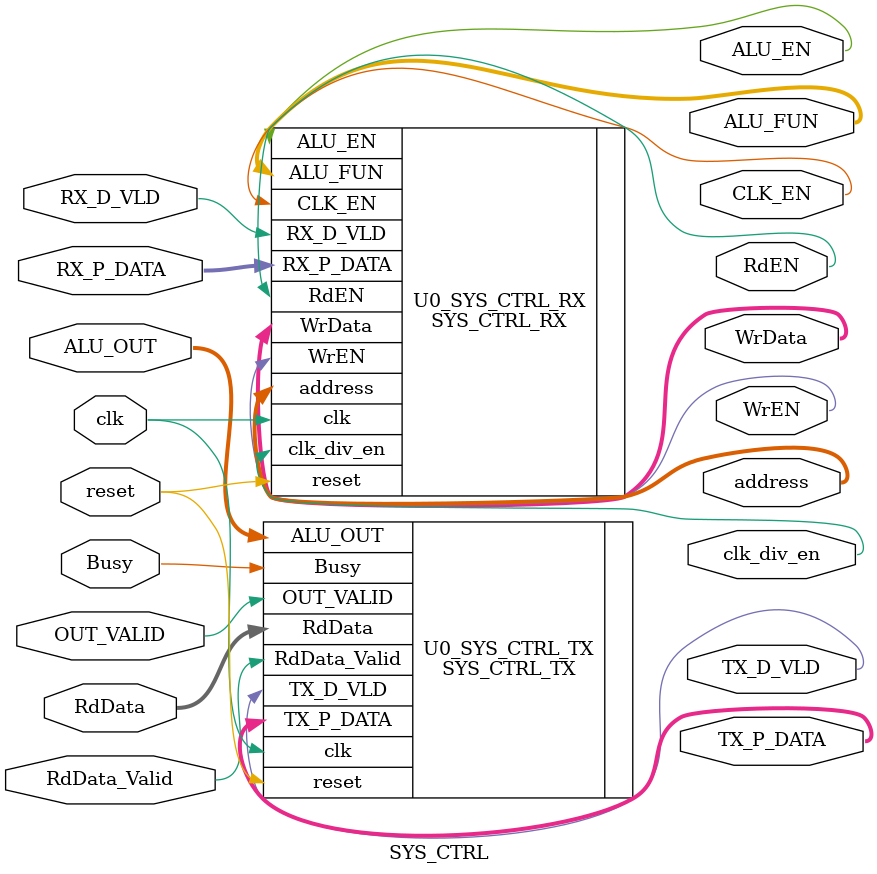
<source format=v>
module SYS_CTRL #(
    parameter DATA_WIDTH=8,
    REG_NO=16,
    ADDRESS_WIDTH=4
    
) (
    // inputs to SYS_RX
    input [DATA_WIDTH-1 : 0]       RX_P_DATA,
    input                          RX_D_VLD,
    // inputs to SYS_TX
    input [DATA_WIDTH-1 : 0] RdData,
    input                    RdData_Valid,
    input [2*DATA_WIDTH-1:0] ALU_OUT,
    input                    OUT_VALID,
    input Busy,
    
    input clk, reset,
    
    //outputs from SYS_RX
    output        ALU_EN,
    output  [3:0] ALU_FUN,
    output        CLK_EN,
    output  [ADDRESS_WIDTH-1:0] address,
    output                      WrEN,
    output  [DATA_WIDTH-1 : 0]  WrData,
    output                      RdEN,
    output  clk_div_en,
    //outputs from SYS_TX
    output  [DATA_WIDTH-1 : 0] TX_P_DATA,
    output                     TX_D_VLD
);

SYS_CTRL_RX U0_SYS_CTRL_RX (
    .RX_P_DATA(RX_P_DATA),
    .RX_D_VLD(RX_D_VLD),
    
    .clk(clk), .reset(reset),
    
    .ALU_EN(ALU_EN),
    .ALU_FUN(ALU_FUN),
    .CLK_EN(CLK_EN),
    .address(address),
    .WrEN(WrEN),
    .WrData(WrData),
    .RdEN(RdEN),
    .clk_div_en(clk_div_en)
);

SYS_CTRL_TX U0_SYS_CTRL_TX(
    .RdData(RdData),
    .RdData_Valid(RdData_Valid),
    .ALU_OUT(ALU_OUT),
    .OUT_VALID(OUT_VALID),
    .Busy(Busy),

    .clk(clk), .reset(reset),
    
    .TX_P_DATA(TX_P_DATA),
    .TX_D_VLD(TX_D_VLD)
);



endmodule
</source>
